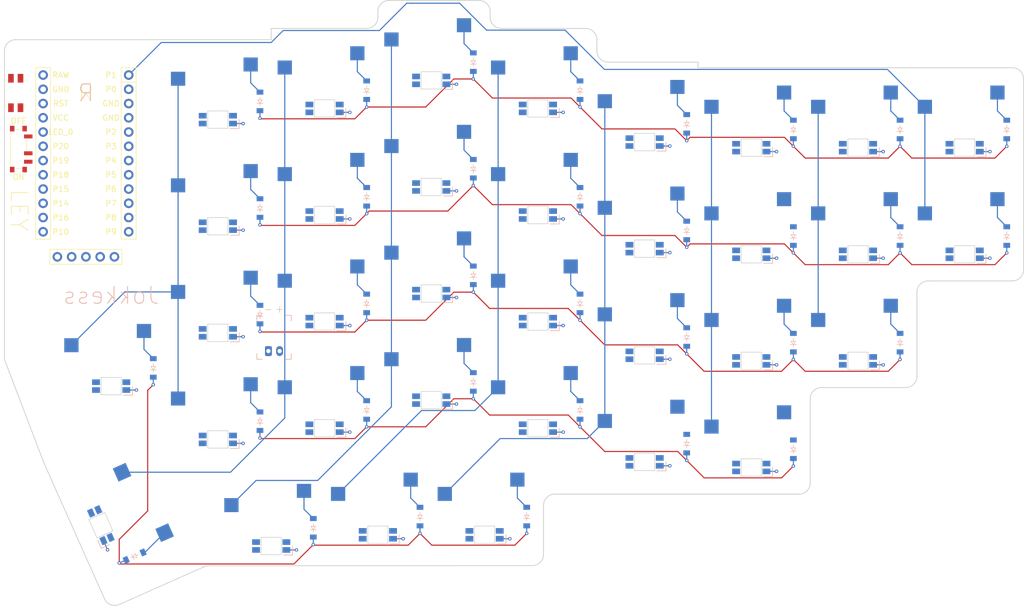
<source format=kicad_pcb>
(kicad_pcb (version 20240108) (generator "pcbnew") (generator_version "8.0")
  (title_block (title "right") (date "2024-12-19") (rev "0.1") (company "jokkess"))
  (layers (0 "F.Cu" signal) (31 "B.Cu" signal) (34 "B.Paste" user) (35 "F.Paste" user) (36 "B.SilkS" user "B.Silkscreen") (37 "F.SilkS" user "F.Silkscreen") (38 "B.Mask" user) (39 "F.Mask" user) (44 "Edge.Cuts" user))
  (net 0 "")
  (net 1 "P1")
  (net 2 "mirror_outer3_top")
  (net 3 "GND")
  (net 4 "mirror_outer3_number")
  (net 5 "P2")
  (net 6 "mirror_outer2_home")
  (net 7 "mirror_outer2_top")
  (net 8 "mirror_outer2_number")
  (net 9 "P3")
  (net 10 "mirror_outer_bottom")
  (net 11 "mirror_outer_home")
  (net 12 "mirror_outer_top")
  (net 13 "mirror_outer_number")
  (net 14 "P18")
  (net 15 "mirror_pinky_bottom")
  (net 16 "mirror_pinky_home")
  (net 17 "mirror_pinky_top")
  (net 18 "mirror_pinky_number")
  (net 19 "P4")
  (net 20 "mirror_ring_bottom")
  (net 21 "mirror_ring_home")
  (net 22 "mirror_ring_top")
  (net 23 "mirror_ring_number")
  (net 24 "P14")
  (net 25 "mirror_middle_bottom")
  (net 26 "mirror_middle_home")
  (net 27 "mirror_middle_top")
  (net 28 "mirror_middle_number")
  (net 29 "P8")
  (net 30 "mirror_index_bottom")
  (net 31 "mirror_index_home")
  (net 32 "mirror_index_top")
  (net 33 "mirror_index_number")
  (net 34 "P19")
  (net 35 "mirror_inner_bottom")
  (net 36 "mirror_inner_home")
  (net 37 "mirror_inner_top")
  (net 38 "mirror_inner_number")
  (net 39 "mirror_near_bottom")
  (net 40 "mirror_home_bottom")
  (net 41 "mirror_far_bottom")
  (net 42 "mirror_double_bottom")
  (net 43 "mirror_main_main")
  (net 44 "VCC")
  (net 45 "LED_33")
  (net 46 "LED_32")
  (net 47 "LED_31")
  (net 48 "LED_35")
  (net 49 "LED_34")
  (net 50 "LED_30")
  (net 51 "LED_26")
  (net 52 "LED_25")
  (net 53 "LED_27")
  (net 54 "LED_28")
  (net 55 "LED_29")
  (net 56 "LED_24")
  (net 57 "LED_23")
  (net 58 "LED_22")
  (net 59 "LED_21")
  (net 60 "LED_18")
  (net 61 "LED_17")
  (net 62 "LED_19")
  (net 63 "LED_20")
  (net 64 "LED_15")
  (net 65 "LED_14")
  (net 66 "LED_13")
  (net 67 "LED_12")
  (net 68 "LED_11")
  (net 69 "LED_8")
  (net 70 "LED_7")
  (net 71 "LED_9")
  (net 72 "LED_10")
  (net 73 "LED_4")
  (net 74 "LED_3")
  (net 75 "LED_2")
  (net 76 "LED_1")
  (net 77 "LED_0")
  (net 78 "LED_16")
  (net 79 "LED_6")
  (net 80 "LED_5")
  (net 81 "RAW")
  (net 82 "RST")
  (net 83 "P20")
  (net 84 "P15")
  (net 85 "P16")
  (net 86 "P10")
  (net 87 "P0")
  (net 88 "P5")
  (net 89 "P6")
  (net 90 "P7")
  (net 91 "P9")
  (net 92 "pos")
  (footprint "ceoloide:mcu_supermini_nrf52840" (layer "F.Cu") (at 143.5 117.5)
    (property "Reference" "MCU1" (hide yes))
    (property "Value" "")
  )
  (footprint "ceoloide:power_switch_smd_side" (layer "F.Cu") (at 131.5 118 180)
    (property "Reference" "PWR1" (hide yes))
    (property "Value" "")
  )
  (footprint "ceoloide:mounting_hole_npth" (layer "F.Cu") (at 205 130.5)
    (property "Reference" "MH5" (hide yes))
    (property "Value" "")
  )
  (footprint "ceoloide:mounting_hole_npth" (layer "F.Cu") (at 253 161.5)
    (property "Reference" "MH2" (hide yes))
    (property "Value" "")
  )
  (footprint "ceoloide:mounting_hole_npth" (layer "F.Cu") (at 176 116.5)
    (property "Reference" "MH4" (hide yes))
    (property "Value" "")
  )
  (footprint "ceoloide:mounting_hole_npth" (layer "F.Cu") (at 253 121.5)
    (property "Reference" "MH3" (hide yes))
    (property "Value" "")
  )
  (footprint "ceoloide:display_nice_view" (layer "F.Cu") (at 143.5 120.5)
    (property "Reference" "DISP1" (hide yes))
    (property "Value" "")
  )
  (footprint "ceoloide:reset_switch_smd_side" (layer "F.Cu") (at 131 108 90)
    (property "Reference" "RST1" (hide yes))
    (property "Value" "")
  )
  (footprint "ceoloide:mounting_hole_npth" (layer "F.Cu") (at 161.925766 187.864648 -66)
    (property "Reference" "MH1" (hide yes))
    (property "Value" "")
  )
  (footprint "ceoloide:diode_tht_sod123" (layer "B.Cu") (at 193.5 107.5 90)
    (property "Reference" "D25" (hide yes))
    (property "Value" "")
  )
  (footprint "ceoloide:diode_tht_sod123" (layer "B.Cu") (at 222 183.5 90)
    (property "Reference" "D30" (hide yes))
    (property "Value" "")
  )
  (footprint "ceoloide:switch_mx" (layer "B.Cu") (at 205 158)
    (property "Reference" "S18" (hide yes))
    (property "Value" "")
  )
  (footprint "ceoloide:switch_mx" (layer "B.Cu") (at 214.5 182)
    (property "Reference" "S30" (hide yes))
    (property "Value" "")
  )
  (footprint "ceoloide:switch_mx" (layer "B.Cu") (at 224 144)
    (property "Reference" "S15" (hide yes))
    (property "Value" "")
  )
  (footprint "ceoloide:led_SK6812mini-e (per-keysingle-side)" (layer "B.Cu") (at 262 136.75 180)
    (property "Reference" "LED8" (hide yes))
    (property "Value" "")
    (fp_rect (start -1.8 -1.55) (end 1.8 1.55) (stroke (width 0.12)) (fill none) (layer "Edge.Cuts"))
  )
  (footprint "ceoloide:switch_mx" (layer "B.Cu") (at 281 151)
    (property "Reference" "S3" (hide yes))
    (property "Value" "")
  )
  (footprint "ceoloide:led_SK6812mini-e (per-keysingle-side)" (layer "B.Cu") (at 186 148.75 180)
    (property "Reference" "LED23" (hide yes))
    (property "Value" "")
    (fp_rect (start -1.8 -1.55) (end 1.8 1.55) (stroke (width 0.12)) (fill none) (layer "Edge.Cuts"))
  )
  (footprint "ceoloide:switch_mx" (layer "B.Cu") (at 281 132)
    (property "Reference" "S4" (hide yes))
    (property "Value" "")
  )
  (footprint "ceoloide:diode_tht_sod123" (layer "B.Cu") (at 231.5 164.5 90)
    (property "Reference" "D14" (hide yes))
    (property "Value" "")
  )
  (footprint "ceoloide:diode_tht_sod123" (layer "B.Cu") (at 269.5 152.5 90)
    (property "Reference" "D7" (hide yes))
    (property "Value" "")
  )
  (footprint "ceoloide:diode_tht_sod123" (layer "B.Cu") (at 184 185.5 90)
    (property "Reference" "D32" (hide yes))
    (property "Value" "")
  )
  (footprint "ceoloide:diode_tht_sod123" (layer "B.Cu") (at 307.5 133.5 90)
    (property "Reference" "D1" (hide yes))
    (property "Value" "")
  )
  (footprint "ceoloide:led_SK6812mini-e (per-keysingle-side)" (layer "B.Cu") (at 224 148.75 180)
    (property "Reference" "LED15" (hide yes))
    (property "Value" "")
    (fp_rect (start -1.8 -1.55) (end 1.8 1.55) (stroke (width 0.12)) (fill none) (layer "Edge.Cuts"))
  )
  (footprint "ceoloide:diode_tht_sod123" (layer "B.Cu") (at 231.5 107.5 90)
    (property "Reference" "D17" (hide yes))
    (property "Value" "")
  )
  (footprint "ceoloide:led_SK6812mini-e (per-keysingle-side)" (layer "B.Cu") (at 262 174.75 180)
    (property "Reference" "LED6" (hide yes))
    (property "Value" "")
    (fp_rect (start -1.8 -1.55) (end 1.8 1.55) (stroke (width 0.12)) (fill none) (layer "Edge.Cuts"))
  )
  (footprint "ceoloide:switch_mx" (layer "B.Cu") (at 167 108)
    (property "Reference" "S29" (hide yes))
    (property "Value" "")
  )
  (footprint "ceoloide:switch_mx" (layer "B.Cu") (at 167 165)
    (property "Reference" "S26" (hide yes))
    (property "Value" "")
  )
  (footprint "ceoloide:switch_mx" (layer "B.Cu") (at 205 101)
    (property "Reference" "S21" (hide yes))
    (property "Value" "")
  )
  (footprint "ceoloide:led_SK6812mini-e (per-keysingle-side)" (layer "B.Cu") (at 186 167.75 180)
    (property "Reference" "LED22" (hide yes))
    (property "Value" "")
    (fp_rect (start -1.8 -1.55) (end 1.8 1.55) (stroke (width 0.12)) (fill none) (layer "Edge.Cuts"))
  )
  (footprint "ceoloide:switch_mx" (layer "B.Cu") (at 205 139)
    (property "Reference" "S19" (hide yes))
    (property "Value" "")
  )
  (footprint "ceoloide:switch_mx" (layer "B.Cu") (at 300 113)
    (property "Reference" "S2" (hide yes))
    (property "Value" "")
  )
  (footprint "ceoloide:diode_tht_sod123" (layer "B.Cu") (at 174.5 109.5 90)
    (property "Reference" "D29" (hide yes))
    (property "Value" "")
  )
  (footprint "ceoloide:switch_mx" (layer "B.Cu") (at 186 144)
    (property "Reference" "S23" (hide yes))
    (property "Value" "")
  )
  (footprint "ceoloide:diode_tht_sod123" (layer "B.Cu") (at 174.5 166.5 90)
    (property "Reference" "D26" (hide yes))
    (property "Value" "")
  )
  (footprint "ceoloide:switch_mx" (layer "B.Cu") (at 186 163)
    (property "Reference" "S22" (hide yes))
    (property "Value" "")
  )
  (footprint "ceoloide:switch_mx" (layer "B.Cu") (at 224 163)
    (property "Reference" "S14" (hide yes))
    (property "Value" "")
  )
  (footprint "ceoloide:led_SK6812mini-e (per-keysingle-side)" (layer "B.Cu") (at 243 173.75 180)
    (property "Reference" "LED10" (hide yes))
    (property "Value" "")
    (fp_rect (start -1.8 -1.55) (end 1.8 1.55) (stroke (width 0.12)) (fill none) (layer "Edge.Cuts"))
  )
  (footprint "ceoloide:diode_tht_sod123" (layer "B.Cu") (at 203 183.5 90)
    (property "Reference" "D31" (hide yes))
    (property "Value" "")
  )
  (footprint "ceoloide:switch_mx" (layer "B.Cu") (at 243 169)
    (property "Reference" "S10" (hide yes))
    (property "Value" "")
  )
  (footprint "ceoloide:led_SK6812mini-e (per-keysingle-side)" (layer "B.Cu") (at 224 110.75 180)
    (property "Reference" "LED17" (hide yes))
    (property "Value" "")
    (fp_rect (start -1.8 -1.55) (end 1.8 1.55) (stroke (width 0.12)) (fill none) (layer "Edge.Cuts"))
  )
  (footprint "ceoloide:led_SK6812mini-e (per-keysingle-side)" (layer "B.Cu") (at 224 167.75 180)
    (property "Reference" "LED14" (hide yes))
    (property "Value" "")
    (fp_rect (start -1.8 -1.55) (end 1.8 1.55) (stroke (width 0.12)) (fill none) (layer "Edge.Cuts"))
  )
  (footprint "ceoloide:switch_mx" (layer "B.Cu") (at 176.5 184)
    (property "Reference" "S32" (hide yes))
    (property "Value" "")
  )
  (footprint "ceoloide:diode_tht_sod123" (layer "B.Cu") (at 250.5 113.5 90)
    (property "Reference" "D13" (hide yes))
    (property "Value" "")
  )
  (footprint "ceoloide:diode_tht_sod123" (layer "B.Cu") (at 288.5 114.5 90)
    (property "Reference" "D5" (hide yes))
    (property "Value" "")
  )
  (footprint "ceoloide:switch_mx" (layer "B.Cu") (at 243 131)
    (property "Reference" "S12" (hide yes))
    (property "Value" "")
  )
  (footprint "ceoloide:led_SK6812mini-e (per-keysingle-side)" (layer "B.Cu") (at 205 105.75 180)
    (property "Reference" "LED21" (hide yes))
    (property "Value" "")
    (fp_rect (start -1.8 -1.55) (end 1.8 1.55) (stroke (width 0.12)) (fill none) (layer "Edge.Cuts"))
  )
  (footprint "ceoloide:led_SK6812mini-e (per-keysingle-side)" (layer "B.Cu") (at 167 150.75 180)
    (property "Reference" "LED27" (hide yes))
    (property "Value" "")
    (fp_rect (start -1.8 -1.55) (end 1.8 1.55) (stroke (width 0.12)) (fill none) (layer "Edge.Cuts"))
  )
  (footprint "ceoloide:switch_mx" (layer "B.Cu") (at 186 125)
    (property "Reference" "S24" (hide yes))
    (property "Value" "")
  )
  (footprint "ceoloide:diode_tht_sod123" (layer "B.Cu") (at 174.5 128.5 90)
    (property "Reference" "D28" (hide yes))
    (property "Value" "")
  )
  (footprint "ceoloide:switch_mx" (layer "B.Cu") (at 262 170)
    (property "Reference" "S6" (hide yes))
    (property "Value" "")
  )
  (footprint "ceoloide:switch_mx" (layer "B.Cu") (at 148 155.5)
    (property "Reference" "S34" (hide yes))
    (property "Value" "")
  )
  (footprint "ceoloide:diode_tht_sod123" (layer "B.Cu") (at 269.5 114.5 90)
    (property "Reference" "D9" (hide yes))
    (property "Value" "")
  )
  (footprint "ceoloide:switch_mx" (layer "B.Cu") (at 262 113)
    (property "Reference" "S9" (hide yes))
    (property "Value" "")
  )
  (footprint "ceoloide:diode_tht_sod123" (layer "B.Cu") (at 193.5 126.5 90)
    (property "Reference" "D24" (hide yes))
    (property "Value" "")
  )
  (footprint "ceoloide:diode_tht_sod123" (layer "B.Cu") (at 269.5 171.5 90)
    (property "Reference" "D6" (hide yes))
    (property "Value" "")
  )
  (footprint "ceoloide:led_SK6812mini-e (per-keysingle-side)" (layer "B.Cu") (at 281 117.75 180)
    (property "Reference" "LED5" (hide yes))
    (property "Value" "")
    (fp_rect (start -1.8 -1.55) (end 1.8 1.55) (stroke (width 0.12)) (fill none) (layer "Edge.Cuts"))
  )
  (footprint "ceoloide:led_SK6812mini-e (per-keysingle-side)" (layer "B.Cu") (at 214.5 186.75 180)
    (property "Reference" "LED30" (hide yes))
    (property "Value" "")
    (fp_rect (start -1.8 -1.55) (end 1.8 1.55) (stroke (width 0.12)) (fill none) (layer "Edge.Cuts"))
  )
  (footprint "ceoloide:switch_mx" (layer "B.Cu") (at 262 132)
    (property "Reference" "S8" (hide yes))
    (property "Value" "")
  )
  (footprint "ceoloide:diode_tht_sod123" (layer "B.Cu") (at 250.5 170.5 90)
    (property "Reference" "D10" (hide yes))
    (property "Value" "")
  )
  (footprint "ceoloide:diode_tht_sod123" (layer "B.Cu") (at 288.5 133.5 90)
    (property "Reference" "D4" (hide yes))
    (property "Value" "")
  )
  (footprint "ceoloide:led_SK6812mini-e (per-keysingle-side)" (layer "B.Cu") (at 243 154.75 180)
    (property "Reference" "LED11" (hide yes))
    (property "Value" "")
    (fp_rect (start -1.8 -1.55) (end 1.8 1.55) (stroke (width 0.12)) (fill none) (layer "Edge.Cuts"))
  )
  (footprint "ceoloide:led_SK6812mini-e (per-keysingle-side)" (layer "B.Cu") (at 300 117.75 180)
    (property "Reference" "LED2" (hide yes))
    (property "Value" "")
    (fp_rect (start -1.8 -1.55) (end 1.8 1.55) (stroke (width 0.12)) (fill none) (layer "Edge.Cuts"))
  )
  (footprint "ceoloide:led_SK6812mini-e (per-keysingle-side)" (layer "B.Cu") (at 262 117.75 180)
    (property "Reference" "LED9" (hide yes))
    (property "Value" "")
    (fp_rect (start -1.8 -1.55) (end 1.8 1.55) (stroke (width 0.12)) (fill none) (layer "Edge.Cuts"))
  )
  (footprint "ceoloide:led_SK6812mini-e (per-keysingle-side)" (layer "B.Cu") (at 186 110.75 180)
    (property "Reference" "LED25" (hide yes))
    (property "Value" "")
    (fp_rect (start -1.8 -1.55) (end 1.8 1.55) (stroke (width 0.12)) (fill none) (layer "Edge.Cuts"))
  )
  (footprint "ceoloide:diode_tht_sod123" (layer "B.Cu") (at 152.180207 190.561696 24)
    (property "Reference" "D33" (hide yes))
    (property "Value" "")
  )
  (footprint "ceoloide:led_SK6812mini-e (per-keysingle-side)" (layer "B.Cu") (at 243 116.75 180)
    (property "Reference" "LED13" (hide yes))
    (property "Value" "")
    (fp_rect (start -1.8 -1.55) (end 1.8 1.55) (stroke (width 0.12)) (fill none) (layer "Edge.Cuts"))
  )
  (footprint "ceoloide:switch_mx" (layer "B.Cu") (at 243 112)
    (property "Reference" "S13" (hide yes))
    (property "Value" "")
  )
  (footprint "ceoloide:led_SK6812mini-e (per-keysingle-side)" (layer "B.Cu") (at 176.5 188.75 180)
    (property "Reference" "LED32" (hide yes))
    (property "Value" "")
    (fp_rect (start -1.8 -1.55) (end 1.8 1.55) (stroke (width 0.12)) (fill none) (layer "Edge.Cuts"))
  )
  (footprint "ceoloide:led_SK6812mini-e (per-keysingle-side)" (layer "B.Cu") (at 205 143.75 180)
    (property "Reference" "LED19" (hide yes))
    (property "Value" "")
    (fp_rect (start -1.8 -1.55) (end 1.8 1.55) (stroke (width 0.12)) (fill none) (layer "Edge.Cuts"))
  )
  (footprint "ceoloide:led_SK6812mini-e (per-keysingle-side)" (layer "B.Cu") (at 146.160659 185.031999 114)
    (property "Reference" "LED33" (hide yes))
    (property "Value" "")
    (fp_poly (pts (xy -1.8 -1.550001) (xy 1.8 -1.55) (xy 1.8 1.550001) (xy -1.8 1.55)) (stroke (width 0.12)) (fill none) (layer "Edge.Cuts"))
  )
  (footprint "ceoloide:led_SK6812mini-e (per-keysingle-side)" (layer "B.Cu") (at 281 155.75 180)
    (property "Reference" "LED3" (hide yes))
    (property "Value" "")
    (fp_rect (start -1.8 -1.55) (end 1.8 1.55) (stroke (width 0.12)) (fill none) (layer "Edge.Cuts"))
  )
  (footprint "ceoloide:switch_mx" (layer "B.Cu") (at 224 106)
    (property "Reference" "S17" (hide yes))
    (property "Value" "")
  )
  (footprint "ceoloide:switch_mx" (layer "B.Cu") (at 262 151)
    (property "Reference" "S7" (hide yes))
    (property "Value" "")
  )
  (footprint "ceoloide:switch_mx" (layer "B.Cu") (at 150.5 183.1 -66)
    (property "Reference" "S33" (hide yes))
    (property "Value" "")
  )
  (footprint "ceoloide:switch_mx" (layer "B.Cu") (at 224 125)
    (property "Reference" "S16" (hide yes))
    (property "Value" "")
  )
  (footprint "ceoloide:led_SK6812mini-e (per-keysingle-side)" (layer "B.Cu") (at 224 129.75 180)
    (property "Reference" "LED16" (hide yes))
    (property "Value" "")
    (fp_rect (start -1.8 -1.55) (end 1.8 1.55) (stroke (width 0.12)) (fill none) (layer "Edge.Cuts"))
  )
  (footprint "ceoloide:diode_tht_sod123" (layer "B.Cu") (at 231.5 145.5 90)
    (property "Reference" "D15" (hide yes))
    (property "Value" "")
  )
  (footprint "ceoloide:battery_connector_jst_ph_2" (layer "B.Cu") (at 177 154 180)
    (property "Reference" "JST1" (hide yes))
    (property "Value" "")
  )
  (footprint "ceoloide:diode_tht_sod123" (layer "B.Cu") (at 193.5 145.5 90)
    (property "Reference" "D23" (hide yes))
    (property "Value" "")
  )
  (footprint "ceoloide:led_SK6812mini-e (per-keysingle-side)" (layer "B.Cu") (at 300 136.75 180)
    (property "Reference" "LED1" (hide yes))
    (property "Value" "")
    (fp_rect (start -1.8 -1.55) (end 1.8 1.55) (stroke (width 0.12)) (fill none) (layer "Edge.Cuts"))
  )
  (footprint "ceoloide:diode_tht_sod123" (layer "B.Cu") (at 250.5 132.5 90)
    (property "Reference" "D12" (hide yes))
    (property "Value" "")
  )
  (footprint "ceoloide:led_SK6812mini-e (per-keysingle-side)" (layer "B.Cu") (at 148 160.25 180)
    (property "Reference" "LED34" (hide yes))
    (property "Value" "")
    (fp_rect (start -1.8 -1.55) (end 1.8 1.55) (stroke (width 0.12)) (fill none) (layer "Edge.Cuts"))
  )
  (footprint "ceoloide:diode_tht_sod123" (layer "B.Cu") (at 269.5 133.5 90)
    (property "Reference" "D8" (hide yes))
    (property "Value" "")
  )
  (footprint "ceoloide:led_SK6812mini-e (per-keysingle-side)" (layer "B.Cu") (at 195.5 186.75 180)
    (property "Reference" "LED31" (hide yes))
    (property "Value" "")
    (fp_rect (start -1.8 -1.55) (end 1.8 1.55) (stroke (width 0.12)) (fill none) (layer "Edge.Cuts"))
  )
  (footprint "ceoloide:diode_tht_sod123" (layer "B.Cu") (at 212.5 121.5 90)
    (property "Reference" "D20" (hide yes))
    (property "Value" "")
  )
  (footprint "ceoloide:diode_tht_sod123" (layer "B.Cu") (at 288.5 152.5 90)
    (property "Reference" "D3" (hide yes))
    (property "Value" "")
  )
  (footprint "ceoloide:led_SK6812mini-e (per-keysingle-side)" (layer "B.Cu") (at 205 162.75 180)
    (property "Reference" "LED18" (hide yes))
    (property "Value" "")
    (fp_rect (start -1.8 -1.55) (end 1.8 1.55) (stroke (width 0.12)) (fill none) (layer "Edge.Cuts"))
  )
  (footprint "ceoloide:switch_mx" (layer "B.Cu") (at 167 127)
    (property "Reference" "S28" (hide yes))
    (property "Value" "")
  )
  (footprint "ceoloide:switch_mx" (layer "B.Cu") (at 300 132)
    (property "Reference" "S1" (hide yes))
    (property "Value" "")
  )
  (footprint "ceoloide:diode_tht_sod123" (layer "B.Cu") (at 231.5 126.5 90)
    (property "Reference" "D16" (hide yes))
    (property "Value" "")
  )
  (footprint "ceoloide:led_SK6812mini-e (per-keysingle-side)" (layer "B.Cu") (at 281 136.75 180)
    (property "Reference" "LED4" (hide yes))
    (property "Value" "")
    (fp_rect (start -1.8 -1.55) (end 1.8 1.55) (stroke (width 0.12)) (fill none) (layer "Edge.Cuts"))
  )
  (footprint "ceoloide:diode_tht_sod123" (layer "B.Cu") (at 212.5 140.5 90)
    (property "Reference" "D19" (hide yes))
    (property "Value" "")
  )
  (footprint "ceoloide:led_SK6812mini-e (per-keysingle-side)" (layer "B.Cu") (at 167 169.75 180)
    (property "Reference" "LED26" (hide yes))
    (property "Value" "")
    (fp_rect (start -1.8 -1.55) (end 1.8 1.55) (stroke (width 0.12)) (fill none) (layer "Edge.Cuts"))
  )
  (footprint "ceoloide:led_SK6812mini-e (per-keysingle-side)" (layer "B.Cu") (at 167 131.75 180)
    (property "Reference" "LED28" (hide yes))
    (property "Value" "")
    (fp_rect (start -1.8 -1.55) (end 1.8 1.55) (stroke (width 0.12)) (fill none) (layer "Edge.Cuts"))
  )
  (footprint "ceoloide:switch_mx" (layer "B.Cu") (at 281 113)
    (property "Reference" "S5" (hide yes))
    (property "Value" "")
  )
  (footprint "ceoloide:diode_tht_sod123" (layer "B.Cu") (at 250.5 151.5 90)
    (property "Reference" "D11" (hide yes))
    (property "Value" "")
  )
  (footprint "ceoloide:diode_tht_sod123" (layer "B.Cu") (at 155.5 157 90)
    (property "Reference" "D34" (hide yes))
    (property "Value" "")
  )
  (footprint "ceoloide:switch_mx" (layer "B.Cu") (at 195.5 182)
    (property "Reference" "S31" (hide yes))
    (property "Value" "")
  )
  (footprint "ceoloide:switch_mx" (layer "B.Cu") (at 186 106)
    (property "Reference" "S25" (hide yes))
    (property "Value" "")
  )
  (footprint "ceoloide:switch_mx" (layer "B.Cu") (at 167 146)
    (property "Reference" "S27" (hide yes))
    (property "Value" "")
  )
  (footprint "ceoloide:led_SK6812mini-e (per-keysingle-side)" (layer "B.Cu") (at 243 135.75 180)
    (property "Reference" "LED12" (hide yes))
    (property "Value" "")
    (fp_rect (start -1.8 -1.55) (end 1.8 1.55) (stroke (width 0.12)) (fill none) (layer "Edge.Cuts"))
  )
  (footprint "ceoloide:diode_tht_sod123" (layer "B.Cu") (at 174.5 147.5 90)
    (property "Reference" "D27" (hide yes))
    (property "Value" "")
  )
  (footprint "ceoloide:diode_tht_sod123" (layer "B.Cu") (at 193.5 164.5 90)
    (property "Reference" "D22" (hide yes))
    (property "Value" "")
  )
  (footprint "ceoloide:switch_mx" (layer "B.Cu") (at 243 150)
    (property "Reference" "S11" (hide yes))
    (property "Value" "")
  )
  (footprint "ceoloide:diode_tht_sod123" (layer "B.Cu") (at 307.5 114.5 90)
    (property "Reference" "D2" (hide yes))
    (property "Value" "")
  )
  (footprint "ceoloide:led_SK6812mini-e (per-keysingle-side)" (layer "B.Cu") (at 186 129.75 180)
    (property "Reference" "LED24" (hide yes))
    (property "Value" "")
    (fp_rect (start -1.8 -1.55) (end 1.8 1.55) (stroke (width 0.12)) (fill none) (layer "Edge.Cuts"))
  )
  (footprint "ceoloide:led_SK6812mini-e (per-keysingle-side)" (layer "B.Cu") (at 167 112.75 180)
    (property "Reference" "LED29" (hide yes))
    (property "Value" "")
    (fp_rect (start -1.8 -1.55) (end 1.8 1.55) (stroke (width 0.12)) (fill none) (layer "Edge.Cuts"))
  )
  (footprint "ceoloide:diode_tht_sod123" (layer "B.Cu") (at 212.5 159.5 90)
    (property "Reference" "D18" (hide yes))
    (property "Value" "")
  )
  (footprint "ceoloide:diode_tht_sod123" (layer "B.Cu") (at 212.5 102.5 90)
    (property "Reference" "D21" (hide yes))
    (property "Value" "")
  )
  (footprint "ceoloide:switch_mx" (layer "B.Cu") (at 205 120)
    (property "Reference" "S20" (hide yes))
    (property "Value" "")
  )
  (footprint "ceoloide:led_SK6812mini-e (per-keysingle-side)" (layer "B.Cu") (at 262 155.75 180)
    (property "Reference" "LED7" (hide yes))
    (property "Value" "")
    (fp_rect (start -1.8 -1.55) (end 1.8 1.55) (stroke (width 0.12)) (fill none) (layer "Edge.Cuts"))
  )
  (footprint "ceoloide:led_SK6812mini-e (per-keysingle-side)" (layer "B.Cu") (at 205 124.75 180)
    (property "Reference" "LED20" (hide yes))
    (property "Value" "")
    (fp_rect (start -1.8 -1.55) (end 1.8 1.55) (stroke (width 0.12)) (fill none) (layer "Edge.Cuts"))
  )
  (gr_line (start 129 100.5) (end 129 155.132033) (stroke (width 0.15)) (layer "Edge.Cuts"))
  (gr_arc (start 164.586383 192.426905) (mid 164.983966 192.297706) (end 165.399722 192.253996) (stroke (width 0.15)) (layer "Edge.Cuts"))
  (gr_line (start 272.5 177.5) (end 272.5 162.5) (stroke (width 0.15)) (layer "Edge.Cuts"))
  (gr_line (start 136.047689 173.996215) (end 146.803842 198.15493) (stroke (width 0.15)) (layer "Edge.Cuts"))
  (gr_line (start 234.5 100.5) (end 234.5 98.5) (stroke (width 0.15)) (layer "Edge.Cuts"))
  (gr_arc (start 291.5 158.5) (mid 290.914214 159.914214) (end 289.5 160.5) (stroke (width 0.15)) (layer "Edge.Cuts"))
  (gr_arc (start 308.5 103.5) (mid 309.914214 104.085786) (end 310.5 105.5) (stroke (width 0.15)) (layer "Edge.Cuts"))
  (gr_line (start 176.5 98.5) (end 131 98.5) (stroke (width 0.15)) (layer "Edge.Cuts"))
  (gr_arc (start 213.5 91.5) (mid 214.914214 92.085786) (end 215.5 93.5) (stroke (width 0.15)) (layer "Edge.Cuts"))
  (gr_arc (start 291.5 143.5) (mid 292.085786 142.085786) (end 293.5 141.5) (stroke (width 0.15)) (layer "Edge.Cuts"))
  (gr_arc (start 129 100.5) (mid 129.585786 99.085786) (end 131 98.5) (stroke (width 0.15)) (layer "Edge.Cuts"))
  (gr_line (start 195.5 93.5) (end 195.5 94.5) (stroke (width 0.15)) (layer "Edge.Cuts"))
  (gr_line (start 225 190.250134) (end 225 181.5) (stroke (width 0.15)) (layer "Edge.Cuts"))
  (gr_arc (start 272.5 162.5) (mid 273.085786 161.085786) (end 274.5 160.5) (stroke (width 0.15)) (layer "Edge.Cuts"))
  (gr_arc (start 129.130967 155.843872) (mid 129.033009 155.493927) (end 129 155.132033) (stroke (width 0.15)) (layer "Edge.Cuts"))
  (gr_line (start 293.5 141.5) (end 308.5 141.5) (stroke (width 0.15)) (layer "Edge.Cuts"))
  (gr_arc (start 136.047689 173.996215) (mid 136.02602 173.945686) (end 136.005747 173.894581) (stroke (width 0.15)) (layer "Edge.Cuts"))
  (gr_line (start 176.5 96.5) (end 176.5 98.5) (stroke (width 0.15)) (layer "Edge.Cuts"))
  (gr_line (start 274.5 160.5) (end 289.5 160.5) (stroke (width 0.15)) (layer "Edge.Cuts"))
  (gr_line (start 291.5 158.5) (end 291.5 143.5) (stroke (width 0.15)) (layer "Edge.Cuts"))
  (gr_arc (start 225 181.5) (mid 225.585786 180.085786) (end 227 179.5) (stroke (width 0.15)) (layer "Edge.Cuts"))
  (gr_line (start 252.5 103.5) (end 252.5 102.5) (stroke (width 0.15)) (layer "Edge.Cuts"))
  (gr_line (start 165.399722 192.253996) (end 223.000134 192.250134) (stroke (width 0.15)) (layer "Edge.Cuts"))
  (gr_line (start 215.5 94.5) (end 215.5 93.5) (stroke (width 0.15)) (layer "Edge.Cuts"))
  (gr_line (start 213.5 91.5) (end 197.5 91.5) (stroke (width 0.15)) (layer "Edge.Cuts"))
  (gr_line (start 252.5 102.5) (end 236.5 102.5) (stroke (width 0.15)) (layer "Edge.Cuts"))
  (gr_line (start 308.5 103.5) (end 252.5 103.5) (stroke (width 0.15)) (layer "Edge.Cuts"))
  (gr_line (start 227 179.5) (end 270.5 179.5) (stroke (width 0.15)) (layer "Edge.Cuts"))
  (gr_arc (start 195.5 94.5) (mid 194.914214 95.914214) (end 193.5 96.5) (stroke (width 0.15)) (layer "Edge.Cuts"))
  (gr_arc (start 195.5 93.5) (mid 196.085786 92.085786) (end 197.5 91.5) (stroke (width 0.15)) (layer "Edge.Cuts"))
  (gr_line (start 129.130967 155.843872) (end 136.005747 173.894581) (stroke (width 0.15)) (layer "Edge.Cuts"))
  (gr_arc (start 272.5 177.5) (mid 271.914214 178.914214) (end 270.5 179.5) (stroke (width 0.15)) (layer "Edge.Cuts"))
  (gr_arc (start 236.5 102.5) (mid 235.085786 101.914214) (end 234.5 100.5) (stroke (width 0.15)) (layer "Edge.Cuts"))
  (gr_line (start 310.5 139.5) (end 310.5 105.5) (stroke (width 0.15)) (layer "Edge.Cuts"))
  (gr_line (start 232.5 96.5) (end 217.5 96.5) (stroke (width 0.15)) (layer "Edge.Cuts"))
  (gr_arc (start 232.5 96.5) (mid 233.914214 97.085786) (end 234.5 98.5) (stroke (width 0.15)) (layer "Edge.Cuts"))
  (gr_arc (start 225 190.250134) (mid 224.414249 191.664278) (end 223.000134 192.250134) (stroke (width 0.15)) (layer "Edge.Cuts"))
  (gr_arc (start 149.444406 199.168548) (mid 147.914183 199.20864) (end 146.803842 198.15493) (stroke (width 0.15)) (layer "Edge.Cuts"))
  (gr_arc (start 310.5 139.5) (mid 309.914214 140.914214) (end 308.5 141.5) (stroke (width 0.15)) (layer "Edge.Cuts"))
  (gr_line (start 193.5 96.5) (end 176.5 96.5) (stroke (width 0.15)) (layer "Edge.Cuts"))
  (gr_line (start 149.444406 199.168548) (end 164.586383 192.426905) (stroke (width 0.15)) (layer "Edge.Cuts"))
  (gr_arc (start 217.5 96.5) (mid 216.085786 95.914214) (end 215.5 94.5) (stroke (width 0.15)) (layer "Edge.Cuts"))
  (gr_text "Jokkess" (at 148 144.1 0) (layer "B.SilkS") (effects (font (size 3 3)) (justify mirror)))
  (gr_text "R" (at 143.5 108 0) (layer "B.SilkS") (effects (font (size 3 3)) (justify mirror)))
  (gr_text "R" (at 143.5 108 0) (layer "F.SilkS") (effects (font (size 3 3))))
  (gr_text "LEY" (at 131.6 128.9 -90) (layer "F.SilkS") (effects (font (size 3 3))))
  (segment (start 286.255 103.8) (end 235.847 103.8) (width 0.2) (layer "B.Cu") (net 1))
  (segment (start 292.915 110.46) (end 292.915 129.46) (width 0.2) (layer "B.Cu") (net 1))
  (segment (start 151.12 104.8) (end 156.92 99) (width 0.2) (layer "B.Cu") (net 1))
  (segment (start 228.847 96.8) (end 214.847 96.8) (width 0.2) (layer "B.Cu") (net 1))
  (segment (start 214.847 96.8) (end 210.047 92) (width 0.2) (layer "B.Cu") (net 1))
  (segment (start 292.915 110.46) (end 286.255 103.8) (width 0.2) (layer "B.Cu") (net 1))
  (segment (start 176.5 99) (end 178.635524 96.864476) (width 0.2) (layer "B.Cu") (net 1))
  (segment (start 210.047 92) (end 201.5 92) (width 0.2) (layer "B.Cu") (net 1))
  (segment (start 235.847 103.8) (end 228.847 96.8) (width 0.2) (layer "B.Cu") (net 1))
  (segment (start 195.771048 96.864476) (end 200.635524 92) (width 0.2) (layer "B.Cu") (net 1))
  (segment (start 156.92 99) (end 176.5 99) (width 0.2) (layer "B.Cu") (net 1))
  (segment (start 178.635524 96.864476) (end 195.771048 96.864476) (width 0.2) (layer "B.Cu") (net 1))
  (segment (start 200.635524 92) (end 201.5 92) (width 0.2) (layer "B.Cu") (net 1))
  (segment (start 305.842 130.192) (end 307.5 131.85) (width 0.2) (layer "B.Cu") (net 2))
  (segment (start 305.842 126.92) (end 305.842 130.192) (width 0.2) (layer "B.Cu") (net 2))
  (via (at 171.5 132.45) (size 0.6) (drill 0.3) (layers "F.Cu" "B.Cu") (net 3))
  (via (at 228.5 111.45) (size 0.6) (drill 0.3) (layers "F.Cu" "B.Cu") (net 3))
  (via (at 247.5 136.45) (size 0.6) (drill 0.3) (layers "F.Cu" "B.Cu") (net 3))
  (via (at 247.5 155.45) (size 0.6) (drill 0.3) (layers "F.Cu" "B.Cu") (net 3))
  (via (at 171.5 151.45) (size 0.6) (drill 0.3) (layers "F.Cu" "B.Cu") (net 3))
  (via (at 181 189.45) (size 0.6) (drill 0.3) (layers "F.Cu" "B.Cu") (net 3))
  (via (at 228.5 130.45) (size 0.6) (drill 0.3) (layers "F.Cu" "B.Cu") (net 3))
  (via (at 285.5 156.45) (size 0.6) (drill 0.3) (layers "F.Cu" "B.Cu") (net 3))
  (via (at 266.5 175.45) (size 0.6) (drill 0.3) (layers "F.Cu" "B.Cu") (net 3))
  (via (at 247.5 117.45) (size 0.6) (drill 0.3) (layers "F.Cu" "B.Cu") (net 3))
  (via (at 285.5 137.45) (size 0.6) (drill 0.3) (layers "F.Cu" "B.Cu") (net 3))
  (via (at 190.5 149.45) (size 0.6) (drill 0.3) (layers "F.Cu" "B.Cu") (net 3))
  (via (at 152.5 160.95) (size 0.6) (drill 0.3) (layers "F.Cu" "B.Cu") (net 3))
  (via (at 266.5 156.45) (size 0.6) (drill 0.3) (layers "F.Cu" "B.Cu") (net 3))
  (via (at 304.5 118.45) (size 0.6) (drill 0.3) (layers "F.Cu" "B.Cu") (net 3))
  (via (at 266.5 137.45) (size 0.6) (drill 0.3) (layers "F.Cu" "B.Cu") (net 3))
  (via (at 304.5 137.45) (size 0.6) (drill 0.3) (layers "F.Cu" "B.Cu") (net 3))
  (via (at 219 187.45) (size 0.6) (drill 0.3) (layers "F.Cu" "B.Cu") (net 3))
  (via (at 228.5 149.45) (size 0.6) (drill 0.3) (layers "F.Cu" "B.Cu") (net 3))
  (via (at 190.5 111.45) (size 0.6) (drill 0.3) (layers "F.Cu" "B.Cu") (net 3))
  (via (at 209.5 163.45) (size 0.6) (drill 0.3) (layers "F.Cu" "B.Cu") (net 3))
  (via (at 171.5 170.45) (size 0.6) (drill 0.3) (layers "F.Cu" "B.Cu") (net 3))
  (via (at 209.5 125.45) (size 0.6) (drill 0.3) (layers "F.Cu" "B.Cu") (net 3))
  (via (at 285.5 118.45) (size 0.6) (drill 0.3) (layers "F.Cu" "B.Cu") (net 3))
  (via (at 266.5 118.45) (size 0.6) (drill 0.3) (layers "F.Cu" "B.Cu") (net 3))
  (via (at 247.5 174.45) (size 0.6) (drill 0.3) (layers "F.Cu" "B.Cu") (net 3))
  (via (at 190.5 130.45) (size 0.6) (drill 0.3) (layers "F.Cu" "B.Cu") (net 3))
  (via (at 147.351492 189.427669) (size 0.6) (drill 0.3) (layers "F.Cu" "B.Cu") (net 3))
  (via (at 209.5 144.45) (size 0.6) (drill 0.3) (layers "F.Cu" "B.Cu") (net 3))
  (via (at 190.5 168.45) (size 0.6) (drill 0.3) (layers "F.Cu" "B.Cu") (net 3))
  (via (at 228.5 168.45) (size 0.6) (drill 0.3) (layers "F.Cu" "B.Cu") (net 3))
  (via (at 200 187.45) (size 0.6) (drill 0.3) (layers "F.Cu" "B.Cu") (net 3))
  (via (at 209.5 106.45) (size 0.6) (drill 0.3) (layers "F.Cu" "B.Cu") (net 3))
  (via (at 171.5 113.45) (size 0.6) (drill 0.3) (layers "F.Cu" "B.Cu") (net 3))
  (segment (start 198.2 187.45) (end 200 187.45) (width 0.2) (layer "B.Cu") (net 3))
  (segment (start 169.7 132.45) (end 171.5 132.45) (width 0.2) (layer "B.Cu") (net 3))
  (segment (start 264.7 175.45) (end 266.5 175.45) (width 0.2) (layer "B.Cu") (net 3))
  (segment (start 264.7 137.45) (end 266.5 137.45) (width 0.2) (layer "B.Cu") (net 3))
  (segment (start 150.7 160.95) (end 152.5 160.95) (width 0.2) (layer "B.Cu") (net 3))
  (segment (start 245.7 174.45) (end 247.5 174.45) (width 0.2) (layer "B.Cu") (net 3))
  (segment (start 188.7 130.45) (end 190.5 130.45) (width 0.2) (layer "B.Cu") (net 3))
  (segment (start 264.7 156.45) (end 266.5 156.45) (width 0.2) (layer "B.Cu") (net 3))
  (segment (start 283.7 156.45) (end 285.5 156.45) (width 0.2) (layer "B.Cu") (net 3))
  (segment (start 226.7 130.45) (end 228.5 130.45) (width 0.2) (layer "B.Cu") (net 3))
  (segment (start 283.7 118.45) (end 285.5 118.45) (width 0.2) (layer "B.Cu") (net 3))
  (segment (start 226.7 168.45) (end 228.5 168.45) (width 0.2) (layer "B.Cu") (net 3))
  (segment (start 207.7 125.45) (end 209.5 125.45) (width 0.2) (layer "B.Cu") (net 3))
  (segment (start 179.2 189.45) (end 181 189.45) (width 0.2) (layer "B.Cu") (net 3))
  (segment (start 245.7 117.45) (end 247.5 117.45) (width 0.2) (layer "B.Cu") (net 3))
  (segment (start 207.7 163.45) (end 209.5 163.45) (width 0.2) (layer "B.Cu") (net 3))
  (segment (start 302.7 137.45) (end 304.5 137.45) (width 0.2) (layer "B.Cu") (net 3))
  (segment (start 188.7 111.45) (end 190.5 111.45) (width 0.2) (layer "B.Cu") (net 3))
  (segment (start 264.7 118.45) (end 266.5 118.45) (width 0.2) (layer "B.Cu") (net 3))
  (segment (start 207.7 144.45) (end 209.5 144.45) (width 0.2) (layer "B.Cu") (net 3))
  (segment (start 188.7 168.45) (end 190.5 168.45) (width 0.2) (layer "B.Cu") (net 3))
  (segment (start 217.2 187.45) (end 219 187.45) (width 0.2) (layer "B.Cu") (net 3))
  (segment (start 146.619366 187.783288) (end 147.351492 189.427669) (width 0.2) (layer "B.Cu") (net 3))
  (segment (start 245.7 155.45) (end 247.5 155.45) (width 0.2) (layer "B.Cu") (net 3))
  (segment (start 188.7 149.45) (end 190.5 149.45) (width 0.2) (layer "B.Cu") (net 3))
  (segment (start 169.7 170.45) (end 171.5 170.45) (width 0.2) (layer "B.Cu") (net 3))
  (segment (start 169.7 113.45) (end 171.5 113.45) (width 0.2) (layer "B.Cu") (net 3))
  (segment (start 245.7 136.45) (end 247.5 136.45) (width 0.2) (layer "B.Cu") (net 3))
  (segment (start 207.7 106.45) (end 209.5 106.45) (width 0.2) (layer "B.Cu") (net 3))
  (segment (start 169.7 151.45) (end 171.5 151.45) (width 0.2) (layer "B.Cu") (net 3))
  (segment (start 226.7 111.45) (end 228.5 111.45) (width 0.2) (layer "B.Cu") (net 3))
  (segment (start 283.7 137.45) (end 285.5 137.45) (width 0.2) (layer "B.Cu") (net 3))
  (segment (start 226.7 149.45) (end 228.5 149.45) (width 0.2) (layer "B.Cu") (net 3))
  (segment (start 302.7 118.45) (end 304.5 118.45) (width 0.2) (layer "B.Cu") (net 3))
  (segment (start 305.842 107.92) (end 305.842 111.192) (width 0.2) (layer "B.Cu") (net 4))
  (segment (start 305.842 111.192) (end 307.5 112.85) (width 0.2) (layer "B.Cu") (net 4))
  (segment (start 273.915 110.46) (end 273.915 148.46) (width 0.2) (layer "B.Cu") (net 5))
  (segment (start 286.842 145.92) (end 286.842 149.192) (width 0.2) (layer "B.Cu") (net 6))
  (segment (start 286.842 149.192) (end 288.5 150.85) (width 0.2) (layer "B.Cu") (net 6))
  (segment (start 286.842 126.92) (end 286.842 130.192) (width 0.2) (layer "B.Cu") (net 7))
  (segment (start 286.842 130.192) (end 288.5 131.85) (width 0.2) (layer "B.Cu") (net 7))
  (segment (start 286.842 107.92) (end 286.842 111.192) (width 0.2) (layer "B.Cu") (net 8))
  (segment (start 286.842 111.192) (end 288.5 112.85) (width 0.2) (layer "B.Cu") (net 8))
  (segment (start 254.915 110.46) (end 254.915 167.46) (width 0.2) (layer "B.Cu") (net 9))
  (segment (start 267.842 145.92) (end 267.842 149.192) (width 0.2) (layer "B.Cu") (net 11))
  (segment (start 267.842 149.192) (end 269.5 150.85) (width 0.2) (layer "B.Cu") (net 11))
  (segment (start 267.842 107.92) (end 267.842 111.192) (width 0.2) (layer "B.Cu") (net 13))
  (segment (start 267.842 111.192) (end 269.5 112.85) (width 0.2) (layer "B.Cu") (net 13))
  (segment (start 232.775 169.6) (end 217.275 169.6) (width 0.2) (layer "B.Cu") (net 14))
  (segment (start 217.275 169.6) (end 207.415 179.46) (width 0.2) (layer "B.Cu") (net 14))
  (segment (start 235.915 109.46) (end 235.915 166.46) (width 0.2) (layer "B.Cu") (net 14))
  (segment (start 235.915 166.46) (end 232.775 169.6) (width 0.2) (layer "B.Cu") (net 14))
  (segment (start 248.842 148.192) (end 250.5 149.85) (width 0.2) (layer "B.Cu") (net 16))
  (segment (start 248.842 144.92) (end 248.842 148.192) (width 0.2) (layer "B.Cu") (net 16))
  (segment (start 248.842 129.192) (end 250.5 130.85) (width 0.2) (layer "B.Cu") (net 17))
  (segment (start 248.842 125.92) (end 248.842 129.192) (width 0.2) (layer "B.Cu") (net 17))
  (segment (start 248.842 106.92) (end 248.842 110.192) (width 0.2) (layer "B.Cu") (net 18))
  (segment (start 248.842 110.192) (end 250.5 111.85) (width 0.2) (layer "B.Cu") (net 18))
  (segment (start 203.275 164.6) (end 188.415 179.46) (width 0.2) (layer "B.Cu") (net 19))
  (segment (start 216.915 160.46) (end 212.775 164.6) (width 0.2) (layer "B.Cu") (net 19))
  (segment (start 216.915 103.46) (end 216.915 160.46) (width 0.2) (layer "B.Cu") (net 19))
  (segment (start 212.775 164.6) (end 203.275 164.6) (width 0.2) (layer "B.Cu") (net 19))
  (segment (start 229.842 157.92) (end 229.842 161.192) (width 0.2) (layer "B.Cu") (net 20))
  (segment (start 229.842 161.192) (end 231.5 162.85) (width 0.2) (layer "B.Cu") (net 20))
  (segment (start 229.842 142.192) (end 231.5 143.85) (width 0.2) (layer "B.Cu") (net 21))
  (segment (start 229.842 138.92) (end 229.842 142.192) (width 0.2) (layer "B.Cu") (net 21))
  (segment (start 229.842 123.192) (end 231.5 124.85) (width 0.2) (layer "B.Cu") (net 22))
  (segment (start 229.842 119.92) (end 229.842 123.192) (width 0.2) (layer "B.Cu") (net 22))
  (segment (start 229.842 100.92) (end 229.842 104.192) (width 0.2) (layer "B.Cu") (net 23))
  (segment (start 229.842 104.192) (end 231.5 105.85) (width 0.2) (layer "B.Cu") (net 23))
  (segment (start 184.782529 177.066) (end 173.809 177.066) (width 0.2) (layer "B.Cu") (net 24))
  (segment (start 197.915 163.933529) (end 184.782529 177.066) (width 0.2) (layer "B.Cu") (net 24))
  (segment (start 173.809 177.066) (end 169.415 181.46) (width 0.2) (layer "B.Cu") (net 24))
  (segment (start 197.915 155.46) (end 197.915 163.933529) (width 0.2) (layer "B.Cu") (net 24))
  (segment (start 197.915 98.46) (end 197.915 155.46) (width 0.2) (layer "B.Cu") (net 24))
  (segment (start 210.842 152.92) (end 210.842 156.192) (width 0.2) (layer "B.Cu") (net 25))
  (segment (start 210.842 156.192) (end 212.5 157.85) (width 0.2) (layer "B.Cu") (net 25))
  (segment (start 210.842 137.192) (end 212.5 138.85) (width 0.2) (layer "B.Cu") (net 26))
  (segment (start 210.842 133.92) (end 210.842 137.192) (width 0.2) (layer "B.Cu") (net 26))
  (segment (start 210.842 118.192) (end 212.5 119.85) (width 0.2) (layer "B.Cu") (net 27))
  (segment (start 210.842 114.92) (end 210.842 118.192) (width 0.2) (layer "B.Cu") (net 27))
  (segment (start 210.842 95.92) (end 210.842 99.192) (width 0.2) (layer "B.Cu") (net 28))
  (segment (start 210.842 99.192) (end 212.5 100.85) (width 0.2) (layer "B.Cu") (net 28))
  (segment (start 178.915 165.933529) (end 169.25411 175.594419) (width 0.2) (layer "B.Cu") (net 29))
  (segment (start 178.915 160.46) (end 178.915 165.933529) (width 0.2) (layer "B.Cu") (net 29))
  (segment (start 169.25411 175.594419) (end 149.938676 175.594419) (width 0.2) (layer "B.Cu") (net 29))
  (segment (start 178.915 103.46) (end 178.915 160.46) (width 0.2) (layer "B.Cu") (net 29))
  (segment (start 191.842 161.192) (end 193.5 162.85) (width 0.2) (layer "B.Cu") (net 30))
  (segment (start 191.842 157.92) (end 191.842 161.192) (width 0.2) (layer "B.Cu") (net 30))
  (segment (start 191.842 142.192) (end 193.5 143.85) (width 0.2) (layer "B.Cu") (net 31))
  (segment (start 191.842 138.92) (end 191.842 142.192) (width 0.2) (layer "B.Cu") (net 31))
  (segment (start 191.842 119.92) (end 191.842 123.192) (width 0.2) (layer "B.Cu") (net 32))
  (segment (start 191.842 123.192) (end 193.5 124.85) (width 0.2) (layer "B.Cu") (net 32))
  (segment (start 191.842 104.192) (end 193.5 105.85) (width 0.2) (layer "B.Cu") (net 33))
  (segment (start 191.842 100.92) (end 191.842 104.192) (width 0.2) (layer "B.Cu") (net 33))
  (segment (start 159.915 105.46) (end 159.915 162.46) (width 0.2) (layer "B.Cu") (net 34))
  (segment (start 159.915 143.46) (end 150.415 143.46) (width 0.2) (layer "B.Cu") (net 34))
  (segment (start 150.415 143.46) (end 140.915 152.96) (width 0.2) (layer "B.Cu") (net 34))
  (segment (start 172.842 159.92) (end 172.842 163.192) (width 0.2) (layer "B.Cu") (net 35))
  (segment (start 172.842 163.192) (end 174.5 164.85) (width 0.2) (layer "B.Cu") (net 35))
  (segment (start 172.842 144.192) (end 174.5 145.85) (width 0.2) (layer "B.Cu") (net 36))
  (segment (start 172.842 140.92) (end 172.842 144.192) (width 0.2) (layer "B.Cu") (net 36))
  (segment (start 172.842 121.92) (end 172.842 125.192) (width 0.2) (layer "B.Cu") (net 37))
  (segment (start 172.842 125.192) (end 174.5 126.85) (width 0.2) (layer "B.Cu") (net 37))
  (segment (start 172.842 102.92) (end 172.842 106.192) (width 0.2) (layer "B.Cu") (net 38))
  (segment (start 172.842 106.192) (end 174.5 107.85) (width 0.2) (layer "B.Cu") (net 38))
  (segment (start 220.342 180.192) (end 222 181.85) (width 0.2) (layer "B.Cu") (net 39))
  (segment (start 220.342 176.92) (end 220.342 180.192) (width 0.2) (layer "B.Cu") (net 39))
  (segment (start 201.342 176.92) (end 201.342 180.192) (width 0.2) (layer "B.Cu") (net 40))
  (segment (start 201.342 180.192) (end 203 181.85) (width 0.2) (layer "B.Cu") (net 40))
  (segment (start 182.342 178.92) (end 182.342 182.192) (width 0.2) (layer "B.Cu") (net 41))
  (segment (start 182.342 182.192) (end 184 183.85) (width 0.2) (layer "B.Cu") (net 41))
  (segment (start 157.516966 186.37071) (end 153.997095 189.890581) (width 0.2) (layer "B.Cu") (net 42))
  (segment (start 153.997095 189.890581) (end 153.687557 189.890581) (width 0.2) (layer "B.Cu") (net 42))
  (segment (start 153.842 150.42) (end 153.842 153.692) (width 0.2) (layer "B.Cu") (net 43))
  (segment (start 153.842 153.692) (end 155.5 155.35) (width 0.2) (layer "B.Cu") (net 43))
  (segment (start 193.954 129.046) (end 193.5 129.5) (width 0.2) (layer "F.Cu") (net 84))
  (segment (start 174.6 131.6) (end 174.5 131.5) (width 0.2) (layer "F.Cu") (net 84))
  (segment (start 267.9 134.9) (end 251.1 134.9) (width 0.2) (layer "F.Cu") (net 84))
  (segment (start 207.954 129.046) (end 193.954 129.046) (width 0.2) (layer "F.Cu") (net 84))
  (segment (start 191.4 131.6) (end 174.6 131.6) (width 0.2) (layer "F.Cu") (net 84))
  (segment (start 307.5 136.5) (end 305.4 138.6) (width 0.2) (layer "F.Cu") (net 84))
  (segment (start 215.9 127.9) (end 212.5 124.5) (width 0.2) (layer "F.Cu") (net 84))
  (segment (start 251.1 134.9) (end 250.5 135.5) (width 0.2) (layer "F.Cu") (net 84))
  (segment (start 235.404 133.404) (end 231.5 129.5) (width 0.2) (layer "F.Cu") (net 84))
  (segment (start 193.5 129.5) (end 191.4 131.6) (width 0.2) (layer "F.Cu") (net 84))
  (segment (start 248.404 133.404) (end 235.404 133.404) (width 0.2) (layer "F.Cu") (net 84))
  (segment (start 305.4 138.6) (end 290.6 138.6) (width 0.2) (layer "F.Cu") (net 84))
  (segment (start 269.5 136.5) (end 267.9 134.9) (width 0.2) (layer "F.Cu") (net 84))
  (segment (start 286.4 138.6) (end 271.6 138.6) (width 0.2) (layer "F.Cu") (net 84))
  (segment (start 231.5 129.5) (end 229.9 127.9) (width 0.2) (layer "F.Cu") (net 84))
  (segment (start 271.6 138.6) (end 269.5 136.5) (width 0.2) (layer "F.Cu") (net 84))
  (segment (start 250.5 135.5) (end 248.404 133.404) (width 0.2) (layer "F.Cu") (net 84))
  (segment (start 229.9 127.9) (end 215.9 127.9) (width 0.2) (layer "F.Cu") (net 84))
  (segment (start 212.5 124.5) (end 207.954 129.046) (width 0.2) (layer "F.Cu") (net 84))
  (segment (start 288.5 136.5) (end 286.4 138.6) (width 0.2) (layer "F.Cu") (net 84))
  (segment (start 290.6 138.6) (end 288.5 136.5) (width 0.2) (layer "F.Cu") (net 84))
  (via (at 269.5 136.5) (size 0.6) (drill 0.3) (layers "F.Cu" "B.Cu") (net 84))
  (via (at 174.5 131.5) (size 0.6) (drill 0.3) (layers "F.Cu" "B.Cu") (net 84))
  (via (at 231.5 129.5) (size 0.6) (drill 0.3) (layers "F.Cu" "B.Cu") (net 84))
  (via (at 193.5 129.5) (size 0.6) (drill 0.3) (layers "F.Cu" "B.Cu") (net 84))
  (via (at 250.5 135.5) (size 0.6) (drill 0.3) (layers "F.Cu" "B.Cu") (net 84))
  (via (at 212.5 124.5) (size 0.6) (drill 0.3) (layers "F.Cu" "B.Cu") (net 84))
  (via (at 307.5 136.5) (size 0.6) (drill 0.3) (layers "F.Cu" "B.Cu") (net 84))
  (via (at 288.5 136.5) (size 0.6) (drill 0.3) (layers "F.Cu" "B.Cu") (net 84))
  (segment (start 212.5 123.15) (end 212.5 124.5) (width 0.2) (layer "B.Cu") (net 84))
  (segment (start 269.5 135.15) (end 269.5 136.5) (width 0.2) (layer "B.Cu") (net 84))
  (segment (start 307.5 135.15) (end 307.5 136.5) (width 0.2) (layer "B.Cu") (net 84))
  (segment (start 250.5 134.15) (end 250.5 135.5) (width 0.2) (layer "B.Cu") (net 84))
  (segment (start 288.5 135.15) (end 288.5 136.5) (width 0.2) (layer "B.Cu") (net 84))
  (segment (start 193.5 128.15) (end 193.5 129.5) (width 0.2) (layer "B.Cu") (net 84))
  (segment (start 231.5 128.15) (end 231.5 129.5) (width 0.2) (layer "B.Cu") (net 84))
  (segment (start 174.5 130.15) (end 174.5 131.5) (width 0.2) (layer "B.Cu") (net 84))
  (segment (start 149.43957 191.781906) (end 149.43957 187.560199) (width 0.2) (layer "F.Cu") (net 85))
  (segment (start 154.5 161) (end 155.5 160) (width 0.2) (layer "F.Cu") (net 85))
  (segment (start 149.43957 187.560199) (end 154.5 182.499769) (width 0.2) (layer "F.Cu") (net 85))
  (segment (start 222 186.5) (end 219.9 188.6) (width 0.2) (layer "F.Cu") (net 85))
  (segment (start 184 188.5) (end 180.54702 191.95298) (width 0.2) (layer "F.Cu") (net 85))
  (segment (start 154.5 182.499769) (end 154.5 161) (width 0.2) (layer "F.Cu") (net 85))
  (segment (start 180.54702 191.95298) (end 149.610644 191.95298) (width 0.2) (layer "F.Cu") (net 85))
  (segment (start 203 186.5) (end 200.9 188.6) (width 0.2) (layer "F.Cu") (net 85))
  (segment (start 200.9 188.6) (end 184.1 188.6) (width 0.2) (layer "F.Cu") (net 85))
  (segment (start 219.9 188.6) (end 205.1 188.6) (width 0.2) (layer "F.Cu") (net 85))
  (segment (start 184.1 188.6) (end 184 188.5) (width 0.2) (layer "F.Cu") (net 85))
  (segment (start 149.610644 191.95298) (end 149.43957 191.781906) (width 0.2) (layer "F.Cu") (net 85))
  (segment (start 205.1 188.6) (end 203 186.5) (width 0.2) (layer "F.Cu") (net 85))
  (via (at 222 186.5) (size 0.6) (drill 0.3) (layers "F.Cu" "B.Cu") (net 85))
  (via (at 184 188.5) (size 0.6) (drill 0.3) (layers "F.Cu" "B.Cu") (net 85))
  (via (at 203 186.5) (size 0.6) (drill 0.3) (layers "F.Cu" "B.Cu") (net 85))
  (via (at 155.5 160) (size 0.6) (drill 0.3) (layers "F.Cu" "B.Cu") (net 85))
  (via (at 149.43957 191.781906) (size 0.6) (drill 0.3) (layers "F.Cu" "B.Cu") (net 85))
  (segment (start 150.672857 191.232811) (end 149.43957 191.781906) (width 0.2) (layer "B.Cu") (net 85))
  (segment (start 222 185.15) (end 222 186.5) (width 0.2) (layer "B.Cu") (net 85))
  (segment (start 203 185.15) (end 203 186.5) (width 0.2) (layer "B.Cu") (net 85))
  (segment (start 155.5 158.65) (end 155.5 160) (width 0.2) (layer "B.Cu") (net 85))
  (segment (start 184 187.15) (end 184 188.5) (width 0.2) (layer "B.Cu") (net 85))
  (segment (start 253.6 176.6) (end 250.5 173.5) (width 0.2) (layer "F.Cu") (net 86))
  (segment (start 215.404 165.404) (end 212.5 162.5) (width 0.2) (layer "F.Cu") (net 86))
  (segment (start 235.9 171.9) (end 231.5 167.5) (width 0.2) (layer "F.Cu") (net 86))
  (segment (start 231.5 167.5) (end 229.404 165.404) (width 0.2) (layer "F.Cu") (net 86))
  (segment (start 269.5 174.5) (end 267.4 176.6) (width 0.2) (layer "F.Cu") (net 86))
  (segment (start 250.5 173.5) (end 248.9 171.9) (width 0.2) (layer "F.Cu") (net 86))
  (segment (start 209.024264 162.5) (end 204.024264 167.5) (width 0.2) (layer "F.Cu") (net 86))
  (segment (start 174.6 169.6) (end 174.5 169.5) (width 0.2) (layer "F.Cu") (net 86))
  (segment (start 267.4 176.6) (end 253.6 176.6) (width 0.2) (layer "F.Cu") (net 86))
  (segment (start 204.024264 167.5) (end 193.5 167.5) (width 0.2) (layer "F.Cu") (net 86))
  (segment (start 229.404 165.404) (end 215.404 165.404) (width 0.2) (layer "F.Cu") (net 86))
  (segment (start 191.4 169.6) (end 174.6 169.6) (width 0.2) (layer "F.Cu") (net 86))
  (segment (start 248.9 171.9) (end 235.9 171.9) (width 0.2) (layer "F.Cu") (net 86))
  (segment (start 193.5 167.5) (end 191.4 169.6) (width 0.2) (layer "F.Cu") (net 86))
  (segment (start 212.5 162.5) (end 209.024264 162.5) (width 0.2) (layer "F.Cu") (net 86))
  (via (at 212.5 162.5) (size 0.6) (drill 0.3) (layers "F.Cu" "B.Cu") (net 86))
  (via (at 269.5 174.5) (size 0.6) (drill 0.3) (layers "F.Cu" "B.Cu") (net 86))
  (via (at 174.5 169.5) (size 0.6) (drill 0.3) (layers "F.Cu" "B.Cu") (net 86))
  (via (at 250.5 173.5) (size 0.6) (drill 0.3) (layers "F.Cu" "B.Cu") (net 86))
  (via (at 231.5 167.5) (size 0.6) (drill 0.3) (layers "F.Cu" "B.Cu") (net 86))
  (via (at 193.5 167.5) (size 0.6) (drill 0.3) (layers "F.Cu" "B.Cu") (net 86))
  (segment (start 174.5 168.15) (end 174.5 169.5) (width 0.2) (layer "B.Cu") (net 86))
  (segment (start 193.5 166.15) (end 193.5 167.5) (width 0.2) (layer "B.Cu") (net 86))
  (segment (start 231.5 166.15) (end 231.5 167.5) (width 0.2) (layer "B.Cu") (net 86))
  (segment (start 212.5 161.15) (end 212.5 162.5) (width 0.2) (layer "B.Cu") (net 86))
  (segment (start 250.5 172.15) (end 250.5 173.5) (width 0.2) (layer "B.Cu") (net 86))
  (segment (start 269.5 173.15) (end 269.5 174.5) (width 0.2) (layer "B.Cu") (net 86))
  (segment (start 290.6 119.6) (end 288.5 117.5) (width 0.2) (layer "F.Cu") (net 87))
  (segment (start 288.5 117.5) (end 286.4 119.6) (width 0.2) (layer "F.Cu") (net 87))
  (segment (start 267.9 115.9) (end 251.1 115.9) (width 0.2) (layer "F.Cu") (net 87))
  (segment (start 229.9 108.9) (end 215.9 108.9) (width 0.2) (layer "F.Cu") (net 87))
  (segment (start 305.4 119.6) (end 290.6 119.6) (width 0.2) (layer "F.Cu") (net 87))
  (segment (start 174.6 112.6) (end 174.5 112.5) (width 0.2) (layer "F.Cu") (net 87))
  (segment (start 307.5 117.5) (end 305.4 119.6) (width 0.2) (layer "F.Cu") (net 87))
  (segment (start 215.9 108.9) (end 212.5 105.5) (width 0.2) (layer "F.Cu") (net 87))
  (segment (start 271.6 119.6) (end 269.5 117.5) (width 0.2) (layer "F.Cu") (net 87))
  (segment (start 235.404 114.404) (end 231.5 110.5) (width 0.2) (layer "F.Cu") (net 87))
  (segment (start 193.5 110.5) (end 191.4 112.6) (width 0.2) (layer "F.Cu") (net 87))
  (segment (start 251.1 115.9) (end 250.5 116.5) (width 0.2) (layer "F.Cu") (net 87))
  (segment (start 209.024264 105.5) (end 204.024264 110.5) (width 0.2) (layer "F.Cu") (net 87))
  (segment (start 231.5 110.5) (end 229.9 108.9) (width 0.2) (layer "F.Cu") (net 87))
  (segment (start 269.5 117.5) (end 267.9 115.9) (width 0.2) (layer "F.Cu") (net 87))
  (segment (start 191.4 112.6) (end 174.6 112.6) (width 0.2) (layer "F.Cu") (net 87))
  (segment (start 286.4 119.6) (end 271.6 119.6) (width 0.2) (layer "F.Cu") (net 87))
  (segment (start 204.024264 110.5) (end 193.5 110.5) (width 0.2) (layer "F.Cu") (net 87))
  (segment (start 212.5 105.5) (end 209.024264 105.5) (width 0.2) (layer "F.Cu") (net 87))
  (segment (start 248.404 114.404) (end 235.404 114.404) (width 0.2) (layer "F.Cu") (net 87))
  (segment (start 250.5 116.5) (end 248.404 114.404) (width 0.2) (layer "F.Cu") (net 87))
  (via (at 307.5 117.5) (size 0.6) (drill 0.3) (layers "F.Cu" "B.Cu") (net 87))
  (via (at 250.5 116.5) (size 0.6) (drill 0.3) (layers "F.Cu" "B.Cu") (net 87))
  (via (at 231.5 110.5) (size 0.6) (drill 0.3) (layers "F.Cu" "B.Cu") (net 87))
  (via (at 288.5 117.5) (size 0.6) (drill 0.3) (layers "F.Cu" "B.Cu") (net 87))
  (via (at 212.5 105.5) (size 0.6) (drill 0.3) (layers "F.Cu" "B.Cu") (net 87))
  (via (at 174.5 112.5) (size 0.6) (drill 0.3) (layers "F.Cu" "B.Cu") (net 87))
  (via (at 269.5 117.5) (size 0.6) (drill 0.3) (layers "F.Cu" "B.Cu") (net 87))
  (via (at 193.5 110.5) (size 0.6) (drill 0.3) (layers "F.Cu" "B.Cu") (net 87))
  (segment (start 250.5 115.15) (end 250.5 116.5) (width 0.2) (layer "B.Cu") (net 87))
  (segment (start 269.5 116.15) (end 269.5 117.5) (width 0.2) (layer "B.Cu") (net 87))
  (segment (start 307.5 116.15) (end 307.5 117.5) (width 0.2) (layer "B.Cu") (net 87))
  (segment (start 174.5 111.15) (end 174.5 112.5) (width 0.2) (layer "B.Cu") (net 87))
  (segment (start 231.5 109.15) (end 231.5 110.5) (width 0.2) (layer "B.Cu") (net 87))
  (segment (start 288.5 116.15) (end 288.5 117.5) (width 0.2) (layer "B.Cu") (net 87))
  (segment (start 193.5 109.15) (end 193.5 110.5) (width 0.2) (layer "B.Cu") (net 87))
  (segment (start 212.5 104.15) (end 212.5 105.5) (width 0.2) (layer "B.Cu") (net 87))
  (segment (start 215.404 146.404) (end 212.5 143.5) (width 0.2) (layer "F.Cu") (net 91))
  (segment (start 174.6 150.6) (end 174.5 150.5) (width 0.2) (layer "F.Cu") (net 91))
  (segment (start 271.6 157.6) (end 269.5 155.5) (width 0.2) (layer "F.Cu") (net 91))
  (segment (start 191.4 150.6) (end 174.6 150.6) (width 0.2) (layer "F.Cu") (net 91))
  (segment (start 209.024264 143.5) (end 204.024264 148.5) (width 0.2) (layer "F.Cu") (net 91))
  (segment (start 269.5 155.5) (end 267.4 157.6) (width 0.2) (layer "F.Cu") (net 91))
  (segment (start 212.5 143.5) (end 209.024264 143.5) (width 0.2) (layer "F.Cu") (net 91))
  (segment (start 193.5 148.5) (end 191.4 150.6) (width 0.2) (layer "F.Cu") (net 91))
  (segment (start 253.6 157.6) (end 250.5 154.5) (width 0.2) (layer "F.Cu") (net 91))
  (segment (start 229.404 146.404) (end 215.404 146.404) (width 0.2) (layer "F.Cu") (net 91))
  (segment (start 267.4 157.6) (end 253.6 157.6) (width 0.2) (layer "F.Cu") (net 91))
  (segment (start 250.5 154.5) (end 248.9 152.9) (width 0.2) (layer "F.Cu") (net 91))
  (segment (start 286.4 157.6) (end 271.6 157.6) (width 0.2) (layer "F.Cu") (net 91))
  (segment (start 204.024264 148.5) (end 193.5 148.5) (width 0.2) (layer "F.Cu") (net 91))
  (segment (start 231.5 148.5) (end 229.404 146.404) (width 0.2) (layer "F.Cu") (net 91))
  (segment (start 288.5 155.5) (end 286.4 157.6) (width 0.2) (layer "F.Cu") (net 91))
  (segment (start 248.9 152.9) (end 235.9 152.9) (width 0.2) (layer "F.Cu") (net 91))
  (segment (start 235.9 152.9) (end 231.5 148.5) (width 0.2) (layer "F.Cu") (net 91))
  (via (at 269.5 155.5) (size 0.6) (drill 0.3) (layers "F.Cu" "B.Cu") (net 91))
  (via (at 193.5 148.5) (size 0.6) (drill 0.3) (layers "F.Cu" "B.Cu") (net 91))
  (via (at 250.5 154.5) (size 0.6) (drill 0.3) (layers "F.Cu" "B.Cu") (net 91))
  (via (at 212.5 143.5) (size 0.6) (drill 0.3) (layers "F.Cu" "B.Cu") (net 91))
  (via (at 174.5 150.5) (size 0.6) (drill 0.3) (layers "F.Cu" "B.Cu") (net 91))
  (via (at 231.5 148.5) (size 0.6) (drill 0.3) (layers "F.Cu" "B.Cu") (net 91))
  (via (at 288.5 155.5) (size 0.6) (drill 0.3) (layers "F.Cu" "B.Cu") (net 91))
  (segment (start 174.5 149.15) (end 174.5 150.5) (width 0.2) (layer "B.Cu") (net 91))
  (segment (start 288.5 154.15) (end 288.5 155.5) (width 0.2) (layer "B.Cu") (net 91))
  (segment (start 231.5 147.15) (end 231.5 148.5) (width 0.2) (layer "B.Cu") (net 91))
  (segment (start 269.5 154.15) (end 269.5 155.5) (width 0.2) (layer "B.Cu") (net 91))
  (segment (start 193.5 147.15) (end 193.5 148.5) (width 0.2) (layer "B.Cu") (net 91))
  (segment (start 250.5 153.15) (end 250.5 154.5) (width 0.2) (layer "B.Cu") (net 91))
  (segment (start 212.5 142.15) (end 212.5 143.5) (width 0.2) (layer "B.Cu") (net 91))
)
</source>
